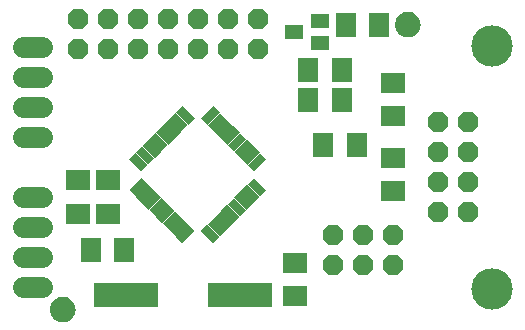
<source format=gbs>
G75*
G70*
%OFA0B0*%
%FSLAX24Y24*%
%IPPOS*%
%LPD*%
%AMOC8*
5,1,8,0,0,1.08239X$1,22.5*
%
%ADD10R,0.0580X0.0300*%
%ADD11R,0.0300X0.0580*%
%ADD12OC8,0.0680*%
%ADD13C,0.1379*%
%ADD14C,0.0050*%
%ADD15C,0.0714*%
%ADD16R,0.0710X0.0790*%
%ADD17R,0.0790X0.0710*%
%ADD18R,0.2180X0.0840*%
%ADD19R,0.0631X0.0474*%
D10*
G36*
X009569Y004917D02*
X009160Y004508D01*
X008947Y004721D01*
X009356Y005130D01*
X009569Y004917D01*
G37*
G36*
X009347Y005140D02*
X008938Y004731D01*
X008725Y004944D01*
X009134Y005353D01*
X009347Y005140D01*
G37*
G36*
X009124Y005362D02*
X008715Y004953D01*
X008502Y005166D01*
X008911Y005575D01*
X009124Y005362D01*
G37*
G36*
X009792Y004694D02*
X009383Y004285D01*
X009170Y004498D01*
X009579Y004907D01*
X009792Y004694D01*
G37*
G36*
X010015Y004472D02*
X009606Y004063D01*
X009393Y004276D01*
X009802Y004685D01*
X010015Y004472D01*
G37*
G36*
X010238Y004249D02*
X009829Y003840D01*
X009616Y004053D01*
X010025Y004462D01*
X010238Y004249D01*
G37*
G36*
X010460Y004026D02*
X010051Y003617D01*
X009838Y003830D01*
X010247Y004239D01*
X010460Y004026D01*
G37*
G36*
X010683Y003804D02*
X010274Y003395D01*
X010061Y003608D01*
X010470Y004017D01*
X010683Y003804D01*
G37*
G36*
X013073Y006194D02*
X012664Y005785D01*
X012451Y005998D01*
X012860Y006407D01*
X013073Y006194D01*
G37*
G36*
X012850Y006416D02*
X012441Y006007D01*
X012228Y006220D01*
X012637Y006629D01*
X012850Y006416D01*
G37*
G36*
X012628Y006639D02*
X012219Y006230D01*
X012006Y006443D01*
X012415Y006852D01*
X012628Y006639D01*
G37*
G36*
X012405Y006862D02*
X011996Y006453D01*
X011783Y006666D01*
X012192Y007075D01*
X012405Y006862D01*
G37*
G36*
X012182Y007084D02*
X011773Y006675D01*
X011560Y006888D01*
X011969Y007297D01*
X012182Y007084D01*
G37*
G36*
X011959Y007307D02*
X011550Y006898D01*
X011337Y007111D01*
X011746Y007520D01*
X011959Y007307D01*
G37*
G36*
X011737Y007530D02*
X011328Y007121D01*
X011115Y007334D01*
X011524Y007743D01*
X011737Y007530D01*
G37*
G36*
X011514Y007752D02*
X011105Y007343D01*
X010892Y007556D01*
X011301Y007965D01*
X011514Y007752D01*
G37*
D11*
G36*
X010683Y007556D02*
X010470Y007343D01*
X010061Y007752D01*
X010274Y007965D01*
X010683Y007556D01*
G37*
G36*
X010460Y007334D02*
X010247Y007121D01*
X009838Y007530D01*
X010051Y007743D01*
X010460Y007334D01*
G37*
G36*
X010238Y007111D02*
X010025Y006898D01*
X009616Y007307D01*
X009829Y007520D01*
X010238Y007111D01*
G37*
G36*
X010015Y006888D02*
X009802Y006675D01*
X009393Y007084D01*
X009606Y007297D01*
X010015Y006888D01*
G37*
G36*
X009792Y006666D02*
X009579Y006453D01*
X009170Y006862D01*
X009383Y007075D01*
X009792Y006666D01*
G37*
G36*
X009569Y006443D02*
X009356Y006230D01*
X008947Y006639D01*
X009160Y006852D01*
X009569Y006443D01*
G37*
G36*
X009347Y006220D02*
X009134Y006007D01*
X008725Y006416D01*
X008938Y006629D01*
X009347Y006220D01*
G37*
G36*
X009124Y005998D02*
X008911Y005785D01*
X008502Y006194D01*
X008715Y006407D01*
X009124Y005998D01*
G37*
G36*
X012405Y004498D02*
X012192Y004285D01*
X011783Y004694D01*
X011996Y004907D01*
X012405Y004498D01*
G37*
G36*
X012628Y004721D02*
X012415Y004508D01*
X012006Y004917D01*
X012219Y005130D01*
X012628Y004721D01*
G37*
G36*
X012850Y004944D02*
X012637Y004731D01*
X012228Y005140D01*
X012441Y005353D01*
X012850Y004944D01*
G37*
G36*
X013073Y005166D02*
X012860Y004953D01*
X012451Y005362D01*
X012664Y005575D01*
X013073Y005166D01*
G37*
G36*
X012182Y004276D02*
X011969Y004063D01*
X011560Y004472D01*
X011773Y004685D01*
X012182Y004276D01*
G37*
G36*
X011959Y004053D02*
X011746Y003840D01*
X011337Y004249D01*
X011550Y004462D01*
X011959Y004053D01*
G37*
G36*
X011737Y003830D02*
X011524Y003617D01*
X011115Y004026D01*
X011328Y004239D01*
X011737Y003830D01*
G37*
G36*
X011514Y003608D02*
X011301Y003395D01*
X010892Y003804D01*
X011105Y004017D01*
X011514Y003608D01*
G37*
D12*
X015287Y003680D03*
X016287Y003680D03*
X017287Y003680D03*
X018787Y004430D03*
X019787Y004430D03*
X019787Y005430D03*
X018787Y005430D03*
X018787Y006430D03*
X019787Y006430D03*
X019787Y007430D03*
X018787Y007430D03*
X012787Y009860D03*
X011787Y009860D03*
X010787Y009860D03*
X009787Y009860D03*
X008787Y009860D03*
X007787Y009860D03*
X006787Y009860D03*
X006787Y010860D03*
X007787Y010860D03*
X008787Y010860D03*
X009787Y010860D03*
X010787Y010860D03*
X011787Y010860D03*
X012787Y010860D03*
X015287Y002680D03*
X016287Y002680D03*
X017287Y002680D03*
D13*
X020587Y001860D03*
X020587Y009960D03*
D14*
X018174Y010608D02*
X017401Y010608D01*
X017400Y010612D02*
X017394Y010680D01*
X017400Y010748D01*
X017418Y010815D01*
X017447Y010877D01*
X017486Y010933D01*
X017534Y010982D01*
X017591Y011021D01*
X017653Y011050D01*
X017719Y011068D01*
X017787Y011074D01*
X017856Y011068D01*
X017922Y011050D01*
X017984Y011021D01*
X018041Y010982D01*
X018089Y010933D01*
X018128Y010877D01*
X018157Y010815D01*
X018175Y010748D01*
X018181Y010680D01*
X018175Y010612D01*
X018157Y010545D01*
X018128Y010483D01*
X018089Y010427D01*
X018041Y010378D01*
X017984Y010339D01*
X017922Y010310D01*
X017856Y010292D01*
X017787Y010286D01*
X017719Y010292D01*
X017653Y010310D01*
X017591Y010339D01*
X017534Y010378D01*
X017486Y010427D01*
X017447Y010483D01*
X017418Y010545D01*
X017400Y010612D01*
X017396Y010656D02*
X018179Y010656D01*
X018179Y010705D02*
X017396Y010705D01*
X017401Y010753D02*
X018174Y010753D01*
X018161Y010802D02*
X017414Y010802D01*
X017434Y010850D02*
X018141Y010850D01*
X018113Y010899D02*
X017462Y010899D01*
X017500Y010947D02*
X018075Y010947D01*
X018021Y010996D02*
X017554Y010996D01*
X017640Y011044D02*
X017935Y011044D01*
X018161Y010559D02*
X017414Y010559D01*
X017434Y010511D02*
X018141Y010511D01*
X018114Y010462D02*
X017461Y010462D01*
X017499Y010414D02*
X018076Y010414D01*
X018021Y010365D02*
X017553Y010365D01*
X017639Y010317D02*
X017936Y010317D01*
X006484Y001521D02*
X006422Y001550D01*
X006356Y001568D01*
X006287Y001574D01*
X006219Y001568D01*
X006153Y001550D01*
X006091Y001521D01*
X006034Y001482D01*
X005986Y001433D01*
X005947Y001377D01*
X005918Y001315D01*
X005900Y001248D01*
X005894Y001180D01*
X005900Y001112D01*
X005918Y001045D01*
X005947Y000983D01*
X005986Y000927D01*
X006034Y000878D01*
X006091Y000839D01*
X006153Y000810D01*
X006219Y000792D01*
X006287Y000786D01*
X006356Y000792D01*
X006422Y000810D01*
X006484Y000839D01*
X006541Y000878D01*
X006589Y000927D01*
X006628Y000983D01*
X006657Y001045D01*
X006675Y001112D01*
X006681Y001180D01*
X006675Y001248D01*
X006657Y001315D01*
X006628Y001377D01*
X006589Y001433D01*
X006541Y001482D01*
X006484Y001521D01*
X006448Y001538D02*
X006127Y001538D01*
X006046Y001490D02*
X006529Y001490D01*
X006581Y001441D02*
X005994Y001441D01*
X005957Y001393D02*
X006617Y001393D01*
X006644Y001344D02*
X005931Y001344D01*
X005912Y001296D02*
X006663Y001296D01*
X006675Y001247D02*
X005900Y001247D01*
X005895Y001199D02*
X006680Y001199D01*
X006679Y001150D02*
X005896Y001150D01*
X005902Y001102D02*
X006672Y001102D01*
X006659Y001053D02*
X005915Y001053D01*
X005937Y001005D02*
X006638Y001005D01*
X006609Y000956D02*
X005966Y000956D01*
X006005Y000908D02*
X006570Y000908D01*
X006513Y000859D02*
X006062Y000859D01*
X006152Y000811D02*
X006423Y000811D01*
D15*
X005604Y001930D02*
X004971Y001930D01*
X004971Y002930D02*
X005604Y002930D01*
X005604Y003930D02*
X004971Y003930D01*
X004971Y004930D02*
X005604Y004930D01*
X005604Y006930D02*
X004971Y006930D01*
X004971Y007930D02*
X005604Y007930D01*
X005604Y008930D02*
X004971Y008930D01*
X004971Y009930D02*
X005604Y009930D01*
D16*
X014478Y009180D03*
X015597Y009180D03*
X015597Y008180D03*
X014478Y008180D03*
X014978Y006680D03*
X016097Y006680D03*
X015728Y010680D03*
X016847Y010680D03*
X008347Y003180D03*
X007228Y003180D03*
D17*
X006787Y004370D03*
X007787Y004370D03*
X007787Y005490D03*
X006787Y005490D03*
X014037Y002740D03*
X014037Y001620D03*
X017287Y005120D03*
X017287Y006240D03*
X017287Y007620D03*
X017287Y008740D03*
D18*
X012187Y001680D03*
X008387Y001680D03*
D19*
X014871Y010056D03*
X014004Y010430D03*
X014871Y010804D03*
M02*

</source>
